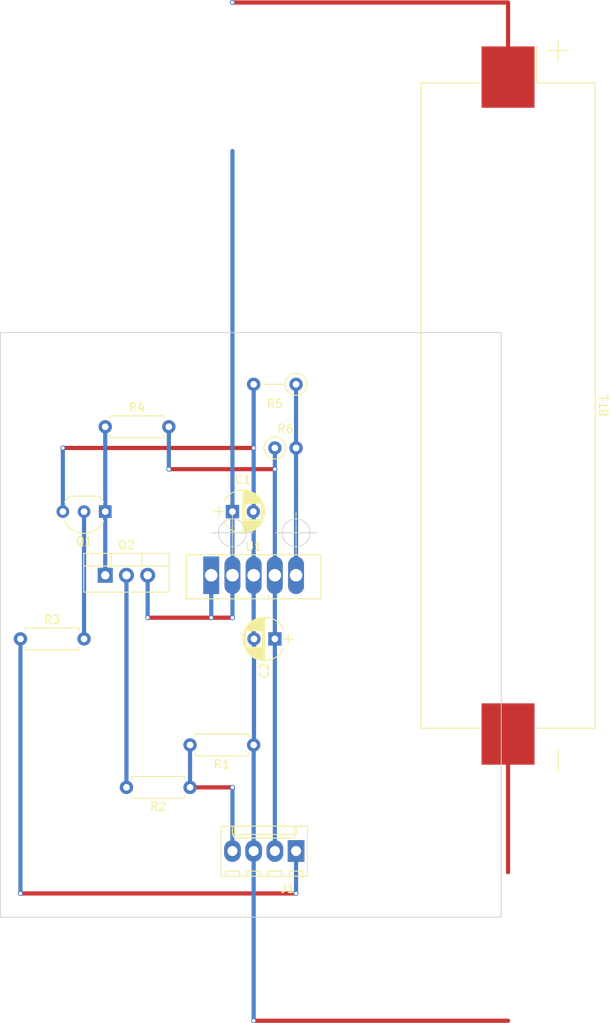
<source format=kicad_pcb>
(kicad_pcb (version 4) (host pcbnew 4.0.7)

  (general
    (links 24)
    (no_connects 3)
    (area 151.124999 29.679999 223.395 135.420002)
    (thickness 1.6)
    (drawings 6)
    (tracks 54)
    (zones 0)
    (modules 13)
    (nets 10)
  )

  (page A4)
  (title_block
    (title "Weather Station")
  )

  (layers
    (0 F.Cu signal)
    (31 B.Cu signal)
    (32 B.Adhes user)
    (33 F.Adhes user)
    (34 B.Paste user)
    (35 F.Paste user)
    (36 B.SilkS user)
    (37 F.SilkS user)
    (38 B.Mask user)
    (39 F.Mask user)
    (40 Dwgs.User user)
    (41 Cmts.User user)
    (42 Eco1.User user)
    (43 Eco2.User user)
    (44 Edge.Cuts user)
    (45 Margin user)
    (46 B.CrtYd user)
    (47 F.CrtYd user)
    (48 B.Fab user)
    (49 F.Fab user)
  )

  (setup
    (last_trace_width 0.5)
    (trace_clearance 0.2)
    (zone_clearance 0.508)
    (zone_45_only no)
    (trace_min 0.2)
    (segment_width 0.2)
    (edge_width 0.1)
    (via_size 0.6)
    (via_drill 0.4)
    (via_min_size 0.4)
    (via_min_drill 0.3)
    (uvia_size 0.3)
    (uvia_drill 0.1)
    (uvias_allowed no)
    (uvia_min_size 0.2)
    (uvia_min_drill 0.1)
    (pcb_text_width 0.3)
    (pcb_text_size 1.5 1.5)
    (mod_edge_width 0.15)
    (mod_text_size 1 1)
    (mod_text_width 0.15)
    (pad_size 1.5 1.5)
    (pad_drill 0.6)
    (pad_to_mask_clearance 0)
    (aux_axis_origin 0 0)
    (visible_elements FFFFFF7F)
    (pcbplotparams
      (layerselection 0x00030_80000001)
      (usegerberextensions false)
      (excludeedgelayer true)
      (linewidth 0.100000)
      (plotframeref false)
      (viasonmask false)
      (mode 1)
      (useauxorigin false)
      (hpglpennumber 1)
      (hpglpenspeed 20)
      (hpglpendiameter 15)
      (hpglpenoverlay 2)
      (psnegative false)
      (psa4output false)
      (plotreference true)
      (plotvalue true)
      (plotinvisibletext false)
      (padsonsilk false)
      (subtractmaskfromsilk false)
      (outputformat 1)
      (mirror false)
      (drillshape 1)
      (scaleselection 1)
      (outputdirectory ""))
  )

  (net 0 "")
  (net 1 +BATT)
  (net 2 -BATT)
  (net 3 /Vout)
  (net 4 /BatDivEnable)
  (net 5 /BatDivInput)
  (net 6 "Net-(Q1-Pad2)")
  (net 7 "Net-(Q1-Pad1)")
  (net 8 "Net-(R5-Pad1)")
  (net 9 "Net-(Q2-Pad2)")

  (net_class Default "This is the default net class."
    (clearance 0.2)
    (trace_width 0.5)
    (via_dia 0.6)
    (via_drill 0.4)
    (uvia_dia 0.3)
    (uvia_drill 0.1)
    (add_net +BATT)
    (add_net -BATT)
    (add_net /BatDivEnable)
    (add_net /BatDivInput)
    (add_net /Vout)
    (add_net "Net-(Q1-Pad1)")
    (add_net "Net-(Q1-Pad2)")
    (add_net "Net-(Q2-Pad2)")
    (add_net "Net-(R5-Pad1)")
  )

  (module Battery_Holders:Keystone_1042_1x18650 (layer F.Cu) (tedit 5A033499) (tstamp 5A4A87DE)
    (at 210.82 78.74 270)
    (descr "Battery holder for 18650 cylindrical cells http://www.keyelco.com/product.cfm/product_id/918")
    (tags "18650 Keystone 1042 Li-ion")
    (path /5A4ADD01)
    (attr smd)
    (fp_text reference BT1 (at 0 -11.5 270) (layer F.SilkS)
      (effects (font (size 1 1) (thickness 0.15)))
    )
    (fp_text value 3.6v (at 0 11.3 270) (layer F.Fab)
      (effects (font (size 1 1) (thickness 0.15)))
    )
    (fp_line (start -33.3675 -10.33) (end -38.53 -5.1675) (layer F.Fab) (width 0.1))
    (fp_line (start -38.64 -3.44) (end -43 -3.44) (layer F.SilkS) (width 0.12))
    (fp_line (start 43.5 3.68) (end 43.5 -3.68) (layer F.CrtYd) (width 0.05))
    (fp_line (start 39.03 10.83) (end 39.03 3.68) (layer F.CrtYd) (width 0.05))
    (fp_text user %R (at 0 0 270) (layer F.Fab)
      (effects (font (size 1 1) (thickness 0.15)))
    )
    (fp_line (start -38.64 10.44) (end -38.64 3.44) (layer F.SilkS) (width 0.12))
    (fp_line (start 38.64 10.44) (end -38.64 10.44) (layer F.SilkS) (width 0.12))
    (fp_line (start 38.64 3.44) (end 38.64 10.44) (layer F.SilkS) (width 0.12))
    (fp_line (start -38.64 -10.44) (end -38.64 -3.44) (layer F.SilkS) (width 0.12))
    (fp_line (start 38.64 -10.44) (end -38.64 -10.44) (layer F.SilkS) (width 0.12))
    (fp_line (start 38.64 -3.44) (end 38.64 -10.42) (layer F.SilkS) (width 0.12))
    (fp_line (start -38.53 10.33) (end 38.53 10.33) (layer F.Fab) (width 0.1))
    (fp_line (start -38.53 -5.1675) (end -38.53 10.33) (layer F.Fab) (width 0.1))
    (fp_line (start 43.75 -6) (end 41.25 -6) (layer F.SilkS) (width 0.12))
    (fp_line (start -33.3675 -10.33) (end 38.53 -10.33) (layer F.Fab) (width 0.1))
    (fp_line (start 38.53 -10.33) (end 38.53 10.33) (layer F.Fab) (width 0.1))
    (fp_line (start -39.03 10.83) (end 39.03 10.83) (layer F.CrtYd) (width 0.05))
    (fp_line (start -39.03 -10.83) (end 39.03 -10.83) (layer F.CrtYd) (width 0.05))
    (fp_line (start 39.03 -10.83) (end 39.03 -3.68) (layer F.CrtYd) (width 0.05))
    (fp_line (start -39.03 10.83) (end -39.03 3.68) (layer F.CrtYd) (width 0.05))
    (fp_line (start -39.03 -10.83) (end -39.03 -3.68) (layer F.CrtYd) (width 0.05))
    (fp_line (start 39.03 3.68) (end 43.5 3.68) (layer F.CrtYd) (width 0.05))
    (fp_line (start 43.5 -3.68) (end 39.03 -3.68) (layer F.CrtYd) (width 0.05))
    (fp_line (start -43.5 -3.68) (end -39.03 -3.68) (layer F.CrtYd) (width 0.05))
    (fp_line (start -43.5 3.68) (end -43.5 -3.68) (layer F.CrtYd) (width 0.05))
    (fp_line (start -39.03 3.68) (end -43.5 3.68) (layer F.CrtYd) (width 0.05))
    (fp_line (start -43.75 -6) (end -41.25 -6) (layer F.SilkS) (width 0.12))
    (fp_line (start -42.5 -4.75) (end -42.5 -7.25) (layer F.SilkS) (width 0.12))
    (pad 1 smd rect (at -39.33 0 270) (size 7.34 6.35) (layers F.Cu F.Paste F.Mask)
      (net 1 +BATT))
    (pad 2 smd rect (at 39.33 0 270) (size 7.34 6.35) (layers F.Cu F.Paste F.Mask)
      (net 2 -BATT))
    (pad "" np_thru_hole circle (at 27.6 -8 270) (size 3.45 3.45) (drill 3.45) (layers *.Cu *.Mask))
    (pad "" np_thru_hole circle (at -27.6 8 270) (size 3.45 3.45) (drill 3.45) (layers *.Cu *.Mask))
    (pad "" np_thru_hole circle (at -35.93 -8 270) (size 2.39 2.39) (drill 2.39) (layers *.Cu *.Mask))
    (model ${KISYS3DMOD}/Battery_Holders.3dshapes/Keystone_1042_1x18650.wrl
      (at (xyz 0 0 0))
      (scale (xyz 1 1 1))
      (rotate (xyz 0 0 0))
    )
  )

  (module Resistors_THT:R_Axial_DIN0207_L6.3mm_D2.5mm_P7.62mm_Horizontal (layer F.Cu) (tedit 5874F706) (tstamp 5A4A8570)
    (at 180.34 119.38 180)
    (descr "Resistor, Axial_DIN0207 series, Axial, Horizontal, pin pitch=7.62mm, 0.25W = 1/4W, length*diameter=6.3*2.5mm^2, http://cdn-reichelt.de/documents/datenblatt/B400/1_4W%23YAG.pdf")
    (tags "Resistor Axial_DIN0207 series Axial Horizontal pin pitch 7.62mm 0.25W = 1/4W length 6.3mm diameter 2.5mm")
    (path /5A498CEC)
    (fp_text reference R1 (at 3.81 -2.31 180) (layer F.SilkS)
      (effects (font (size 1 1) (thickness 0.15)))
    )
    (fp_text value 3.3K (at 3.81 2.31 180) (layer F.Fab)
      (effects (font (size 1 1) (thickness 0.15)))
    )
    (fp_line (start 0.66 -1.25) (end 0.66 1.25) (layer F.Fab) (width 0.1))
    (fp_line (start 0.66 1.25) (end 6.96 1.25) (layer F.Fab) (width 0.1))
    (fp_line (start 6.96 1.25) (end 6.96 -1.25) (layer F.Fab) (width 0.1))
    (fp_line (start 6.96 -1.25) (end 0.66 -1.25) (layer F.Fab) (width 0.1))
    (fp_line (start 0 0) (end 0.66 0) (layer F.Fab) (width 0.1))
    (fp_line (start 7.62 0) (end 6.96 0) (layer F.Fab) (width 0.1))
    (fp_line (start 0.6 -0.98) (end 0.6 -1.31) (layer F.SilkS) (width 0.12))
    (fp_line (start 0.6 -1.31) (end 7.02 -1.31) (layer F.SilkS) (width 0.12))
    (fp_line (start 7.02 -1.31) (end 7.02 -0.98) (layer F.SilkS) (width 0.12))
    (fp_line (start 0.6 0.98) (end 0.6 1.31) (layer F.SilkS) (width 0.12))
    (fp_line (start 0.6 1.31) (end 7.02 1.31) (layer F.SilkS) (width 0.12))
    (fp_line (start 7.02 1.31) (end 7.02 0.98) (layer F.SilkS) (width 0.12))
    (fp_line (start -1.05 -1.6) (end -1.05 1.6) (layer F.CrtYd) (width 0.05))
    (fp_line (start -1.05 1.6) (end 8.7 1.6) (layer F.CrtYd) (width 0.05))
    (fp_line (start 8.7 1.6) (end 8.7 -1.6) (layer F.CrtYd) (width 0.05))
    (fp_line (start 8.7 -1.6) (end -1.05 -1.6) (layer F.CrtYd) (width 0.05))
    (pad 1 thru_hole circle (at 0 0 180) (size 1.6 1.6) (drill 0.8) (layers *.Cu *.Mask)
      (net 2 -BATT))
    (pad 2 thru_hole oval (at 7.62 0 180) (size 1.6 1.6) (drill 0.8) (layers *.Cu *.Mask)
      (net 5 /BatDivInput))
    (model ${KISYS3DMOD}/Resistors_THT.3dshapes/R_Axial_DIN0207_L6.3mm_D2.5mm_P7.62mm_Horizontal.wrl
      (at (xyz 0 0 0))
      (scale (xyz 0.393701 0.393701 0.393701))
      (rotate (xyz 0 0 0))
    )
  )

  (module Capacitors_THT:CP_Radial_D5.0mm_P2.50mm (layer F.Cu) (tedit 597BC7C2) (tstamp 5A4A854E)
    (at 177.8 91.44)
    (descr "CP, Radial series, Radial, pin pitch=2.50mm, , diameter=5mm, Electrolytic Capacitor")
    (tags "CP Radial series Radial pin pitch 2.50mm  diameter 5mm Electrolytic Capacitor")
    (path /5A4A97C9)
    (fp_text reference C1 (at 1.25 -3.81) (layer F.SilkS)
      (effects (font (size 1 1) (thickness 0.15)))
    )
    (fp_text value 4.7uF (at 1.25 3.81) (layer F.Fab)
      (effects (font (size 1 1) (thickness 0.15)))
    )
    (fp_arc (start 1.25 0) (end -1.05558 -1.18) (angle 125.8) (layer F.SilkS) (width 0.12))
    (fp_arc (start 1.25 0) (end -1.05558 1.18) (angle -125.8) (layer F.SilkS) (width 0.12))
    (fp_arc (start 1.25 0) (end 3.55558 -1.18) (angle 54.2) (layer F.SilkS) (width 0.12))
    (fp_circle (center 1.25 0) (end 3.75 0) (layer F.Fab) (width 0.1))
    (fp_line (start -2.2 0) (end -1 0) (layer F.Fab) (width 0.1))
    (fp_line (start -1.6 -0.65) (end -1.6 0.65) (layer F.Fab) (width 0.1))
    (fp_line (start 1.25 -2.55) (end 1.25 2.55) (layer F.SilkS) (width 0.12))
    (fp_line (start 1.29 -2.55) (end 1.29 2.55) (layer F.SilkS) (width 0.12))
    (fp_line (start 1.33 -2.549) (end 1.33 2.549) (layer F.SilkS) (width 0.12))
    (fp_line (start 1.37 -2.548) (end 1.37 2.548) (layer F.SilkS) (width 0.12))
    (fp_line (start 1.41 -2.546) (end 1.41 2.546) (layer F.SilkS) (width 0.12))
    (fp_line (start 1.45 -2.543) (end 1.45 2.543) (layer F.SilkS) (width 0.12))
    (fp_line (start 1.49 -2.539) (end 1.49 2.539) (layer F.SilkS) (width 0.12))
    (fp_line (start 1.53 -2.535) (end 1.53 -0.98) (layer F.SilkS) (width 0.12))
    (fp_line (start 1.53 0.98) (end 1.53 2.535) (layer F.SilkS) (width 0.12))
    (fp_line (start 1.57 -2.531) (end 1.57 -0.98) (layer F.SilkS) (width 0.12))
    (fp_line (start 1.57 0.98) (end 1.57 2.531) (layer F.SilkS) (width 0.12))
    (fp_line (start 1.61 -2.525) (end 1.61 -0.98) (layer F.SilkS) (width 0.12))
    (fp_line (start 1.61 0.98) (end 1.61 2.525) (layer F.SilkS) (width 0.12))
    (fp_line (start 1.65 -2.519) (end 1.65 -0.98) (layer F.SilkS) (width 0.12))
    (fp_line (start 1.65 0.98) (end 1.65 2.519) (layer F.SilkS) (width 0.12))
    (fp_line (start 1.69 -2.513) (end 1.69 -0.98) (layer F.SilkS) (width 0.12))
    (fp_line (start 1.69 0.98) (end 1.69 2.513) (layer F.SilkS) (width 0.12))
    (fp_line (start 1.73 -2.506) (end 1.73 -0.98) (layer F.SilkS) (width 0.12))
    (fp_line (start 1.73 0.98) (end 1.73 2.506) (layer F.SilkS) (width 0.12))
    (fp_line (start 1.77 -2.498) (end 1.77 -0.98) (layer F.SilkS) (width 0.12))
    (fp_line (start 1.77 0.98) (end 1.77 2.498) (layer F.SilkS) (width 0.12))
    (fp_line (start 1.81 -2.489) (end 1.81 -0.98) (layer F.SilkS) (width 0.12))
    (fp_line (start 1.81 0.98) (end 1.81 2.489) (layer F.SilkS) (width 0.12))
    (fp_line (start 1.85 -2.48) (end 1.85 -0.98) (layer F.SilkS) (width 0.12))
    (fp_line (start 1.85 0.98) (end 1.85 2.48) (layer F.SilkS) (width 0.12))
    (fp_line (start 1.89 -2.47) (end 1.89 -0.98) (layer F.SilkS) (width 0.12))
    (fp_line (start 1.89 0.98) (end 1.89 2.47) (layer F.SilkS) (width 0.12))
    (fp_line (start 1.93 -2.46) (end 1.93 -0.98) (layer F.SilkS) (width 0.12))
    (fp_line (start 1.93 0.98) (end 1.93 2.46) (layer F.SilkS) (width 0.12))
    (fp_line (start 1.971 -2.448) (end 1.971 -0.98) (layer F.SilkS) (width 0.12))
    (fp_line (start 1.971 0.98) (end 1.971 2.448) (layer F.SilkS) (width 0.12))
    (fp_line (start 2.011 -2.436) (end 2.011 -0.98) (layer F.SilkS) (width 0.12))
    (fp_line (start 2.011 0.98) (end 2.011 2.436) (layer F.SilkS) (width 0.12))
    (fp_line (start 2.051 -2.424) (end 2.051 -0.98) (layer F.SilkS) (width 0.12))
    (fp_line (start 2.051 0.98) (end 2.051 2.424) (layer F.SilkS) (width 0.12))
    (fp_line (start 2.091 -2.41) (end 2.091 -0.98) (layer F.SilkS) (width 0.12))
    (fp_line (start 2.091 0.98) (end 2.091 2.41) (layer F.SilkS) (width 0.12))
    (fp_line (start 2.131 -2.396) (end 2.131 -0.98) (layer F.SilkS) (width 0.12))
    (fp_line (start 2.131 0.98) (end 2.131 2.396) (layer F.SilkS) (width 0.12))
    (fp_line (start 2.171 -2.382) (end 2.171 -0.98) (layer F.SilkS) (width 0.12))
    (fp_line (start 2.171 0.98) (end 2.171 2.382) (layer F.SilkS) (width 0.12))
    (fp_line (start 2.211 -2.366) (end 2.211 -0.98) (layer F.SilkS) (width 0.12))
    (fp_line (start 2.211 0.98) (end 2.211 2.366) (layer F.SilkS) (width 0.12))
    (fp_line (start 2.251 -2.35) (end 2.251 -0.98) (layer F.SilkS) (width 0.12))
    (fp_line (start 2.251 0.98) (end 2.251 2.35) (layer F.SilkS) (width 0.12))
    (fp_line (start 2.291 -2.333) (end 2.291 -0.98) (layer F.SilkS) (width 0.12))
    (fp_line (start 2.291 0.98) (end 2.291 2.333) (layer F.SilkS) (width 0.12))
    (fp_line (start 2.331 -2.315) (end 2.331 -0.98) (layer F.SilkS) (width 0.12))
    (fp_line (start 2.331 0.98) (end 2.331 2.315) (layer F.SilkS) (width 0.12))
    (fp_line (start 2.371 -2.296) (end 2.371 -0.98) (layer F.SilkS) (width 0.12))
    (fp_line (start 2.371 0.98) (end 2.371 2.296) (layer F.SilkS) (width 0.12))
    (fp_line (start 2.411 -2.276) (end 2.411 -0.98) (layer F.SilkS) (width 0.12))
    (fp_line (start 2.411 0.98) (end 2.411 2.276) (layer F.SilkS) (width 0.12))
    (fp_line (start 2.451 -2.256) (end 2.451 -0.98) (layer F.SilkS) (width 0.12))
    (fp_line (start 2.451 0.98) (end 2.451 2.256) (layer F.SilkS) (width 0.12))
    (fp_line (start 2.491 -2.234) (end 2.491 -0.98) (layer F.SilkS) (width 0.12))
    (fp_line (start 2.491 0.98) (end 2.491 2.234) (layer F.SilkS) (width 0.12))
    (fp_line (start 2.531 -2.212) (end 2.531 -0.98) (layer F.SilkS) (width 0.12))
    (fp_line (start 2.531 0.98) (end 2.531 2.212) (layer F.SilkS) (width 0.12))
    (fp_line (start 2.571 -2.189) (end 2.571 -0.98) (layer F.SilkS) (width 0.12))
    (fp_line (start 2.571 0.98) (end 2.571 2.189) (layer F.SilkS) (width 0.12))
    (fp_line (start 2.611 -2.165) (end 2.611 -0.98) (layer F.SilkS) (width 0.12))
    (fp_line (start 2.611 0.98) (end 2.611 2.165) (layer F.SilkS) (width 0.12))
    (fp_line (start 2.651 -2.14) (end 2.651 -0.98) (layer F.SilkS) (width 0.12))
    (fp_line (start 2.651 0.98) (end 2.651 2.14) (layer F.SilkS) (width 0.12))
    (fp_line (start 2.691 -2.113) (end 2.691 -0.98) (layer F.SilkS) (width 0.12))
    (fp_line (start 2.691 0.98) (end 2.691 2.113) (layer F.SilkS) (width 0.12))
    (fp_line (start 2.731 -2.086) (end 2.731 -0.98) (layer F.SilkS) (width 0.12))
    (fp_line (start 2.731 0.98) (end 2.731 2.086) (layer F.SilkS) (width 0.12))
    (fp_line (start 2.771 -2.058) (end 2.771 -0.98) (layer F.SilkS) (width 0.12))
    (fp_line (start 2.771 0.98) (end 2.771 2.058) (layer F.SilkS) (width 0.12))
    (fp_line (start 2.811 -2.028) (end 2.811 -0.98) (layer F.SilkS) (width 0.12))
    (fp_line (start 2.811 0.98) (end 2.811 2.028) (layer F.SilkS) (width 0.12))
    (fp_line (start 2.851 -1.997) (end 2.851 -0.98) (layer F.SilkS) (width 0.12))
    (fp_line (start 2.851 0.98) (end 2.851 1.997) (layer F.SilkS) (width 0.12))
    (fp_line (start 2.891 -1.965) (end 2.891 -0.98) (layer F.SilkS) (width 0.12))
    (fp_line (start 2.891 0.98) (end 2.891 1.965) (layer F.SilkS) (width 0.12))
    (fp_line (start 2.931 -1.932) (end 2.931 -0.98) (layer F.SilkS) (width 0.12))
    (fp_line (start 2.931 0.98) (end 2.931 1.932) (layer F.SilkS) (width 0.12))
    (fp_line (start 2.971 -1.897) (end 2.971 -0.98) (layer F.SilkS) (width 0.12))
    (fp_line (start 2.971 0.98) (end 2.971 1.897) (layer F.SilkS) (width 0.12))
    (fp_line (start 3.011 -1.861) (end 3.011 -0.98) (layer F.SilkS) (width 0.12))
    (fp_line (start 3.011 0.98) (end 3.011 1.861) (layer F.SilkS) (width 0.12))
    (fp_line (start 3.051 -1.823) (end 3.051 -0.98) (layer F.SilkS) (width 0.12))
    (fp_line (start 3.051 0.98) (end 3.051 1.823) (layer F.SilkS) (width 0.12))
    (fp_line (start 3.091 -1.783) (end 3.091 -0.98) (layer F.SilkS) (width 0.12))
    (fp_line (start 3.091 0.98) (end 3.091 1.783) (layer F.SilkS) (width 0.12))
    (fp_line (start 3.131 -1.742) (end 3.131 -0.98) (layer F.SilkS) (width 0.12))
    (fp_line (start 3.131 0.98) (end 3.131 1.742) (layer F.SilkS) (width 0.12))
    (fp_line (start 3.171 -1.699) (end 3.171 -0.98) (layer F.SilkS) (width 0.12))
    (fp_line (start 3.171 0.98) (end 3.171 1.699) (layer F.SilkS) (width 0.12))
    (fp_line (start 3.211 -1.654) (end 3.211 -0.98) (layer F.SilkS) (width 0.12))
    (fp_line (start 3.211 0.98) (end 3.211 1.654) (layer F.SilkS) (width 0.12))
    (fp_line (start 3.251 -1.606) (end 3.251 -0.98) (layer F.SilkS) (width 0.12))
    (fp_line (start 3.251 0.98) (end 3.251 1.606) (layer F.SilkS) (width 0.12))
    (fp_line (start 3.291 -1.556) (end 3.291 -0.98) (layer F.SilkS) (width 0.12))
    (fp_line (start 3.291 0.98) (end 3.291 1.556) (layer F.SilkS) (width 0.12))
    (fp_line (start 3.331 -1.504) (end 3.331 -0.98) (layer F.SilkS) (width 0.12))
    (fp_line (start 3.331 0.98) (end 3.331 1.504) (layer F.SilkS) (width 0.12))
    (fp_line (start 3.371 -1.448) (end 3.371 -0.98) (layer F.SilkS) (width 0.12))
    (fp_line (start 3.371 0.98) (end 3.371 1.448) (layer F.SilkS) (width 0.12))
    (fp_line (start 3.411 -1.39) (end 3.411 -0.98) (layer F.SilkS) (width 0.12))
    (fp_line (start 3.411 0.98) (end 3.411 1.39) (layer F.SilkS) (width 0.12))
    (fp_line (start 3.451 -1.327) (end 3.451 -0.98) (layer F.SilkS) (width 0.12))
    (fp_line (start 3.451 0.98) (end 3.451 1.327) (layer F.SilkS) (width 0.12))
    (fp_line (start 3.491 -1.261) (end 3.491 1.261) (layer F.SilkS) (width 0.12))
    (fp_line (start 3.531 -1.189) (end 3.531 1.189) (layer F.SilkS) (width 0.12))
    (fp_line (start 3.571 -1.112) (end 3.571 1.112) (layer F.SilkS) (width 0.12))
    (fp_line (start 3.611 -1.028) (end 3.611 1.028) (layer F.SilkS) (width 0.12))
    (fp_line (start 3.651 -0.934) (end 3.651 0.934) (layer F.SilkS) (width 0.12))
    (fp_line (start 3.691 -0.829) (end 3.691 0.829) (layer F.SilkS) (width 0.12))
    (fp_line (start 3.731 -0.707) (end 3.731 0.707) (layer F.SilkS) (width 0.12))
    (fp_line (start 3.771 -0.559) (end 3.771 0.559) (layer F.SilkS) (width 0.12))
    (fp_line (start 3.811 -0.354) (end 3.811 0.354) (layer F.SilkS) (width 0.12))
    (fp_line (start -2.2 0) (end -1 0) (layer F.SilkS) (width 0.12))
    (fp_line (start -1.6 -0.65) (end -1.6 0.65) (layer F.SilkS) (width 0.12))
    (fp_line (start -1.6 -2.85) (end -1.6 2.85) (layer F.CrtYd) (width 0.05))
    (fp_line (start -1.6 2.85) (end 4.1 2.85) (layer F.CrtYd) (width 0.05))
    (fp_line (start 4.1 2.85) (end 4.1 -2.85) (layer F.CrtYd) (width 0.05))
    (fp_line (start 4.1 -2.85) (end -1.6 -2.85) (layer F.CrtYd) (width 0.05))
    (fp_text user %R (at 1.25 0) (layer F.Fab)
      (effects (font (size 1 1) (thickness 0.15)))
    )
    (pad 1 thru_hole rect (at 0 0) (size 1.6 1.6) (drill 0.8) (layers *.Cu *.Mask)
      (net 1 +BATT))
    (pad 2 thru_hole circle (at 2.5 0) (size 1.6 1.6) (drill 0.8) (layers *.Cu *.Mask)
      (net 2 -BATT))
    (model ${KISYS3DMOD}/Capacitors_THT.3dshapes/CP_Radial_D5.0mm_P2.50mm.wrl
      (at (xyz 0 0 0))
      (scale (xyz 1 1 1))
      (rotate (xyz 0 0 0))
    )
  )

  (module Capacitors_THT:CP_Radial_D5.0mm_P2.50mm (layer F.Cu) (tedit 5A4A8F70) (tstamp 5A4A8554)
    (at 182.88 106.68 180)
    (descr "CP, Radial series, Radial, pin pitch=2.50mm, , diameter=5mm, Electrolytic Capacitor")
    (tags "CP Radial series Radial pin pitch 2.50mm  diameter 5mm Electrolytic Capacitor")
    (path /5A4A9734)
    (fp_text reference C2 (at 1.25 -3.81 270) (layer F.SilkS)
      (effects (font (size 1 1) (thickness 0.15)))
    )
    (fp_text value 1uF (at 5.08 0 270) (layer F.Fab)
      (effects (font (size 1 1) (thickness 0.15)))
    )
    (fp_arc (start 1.25 0) (end -1.05558 -1.18) (angle 125.8) (layer F.SilkS) (width 0.12))
    (fp_arc (start 1.25 0) (end -1.05558 1.18) (angle -125.8) (layer F.SilkS) (width 0.12))
    (fp_arc (start 1.25 0) (end 3.55558 -1.18) (angle 54.2) (layer F.SilkS) (width 0.12))
    (fp_circle (center 1.25 0) (end 3.75 0) (layer F.Fab) (width 0.1))
    (fp_line (start -2.2 0) (end -1 0) (layer F.Fab) (width 0.1))
    (fp_line (start -1.6 -0.65) (end -1.6 0.65) (layer F.Fab) (width 0.1))
    (fp_line (start 1.25 -2.55) (end 1.25 2.55) (layer F.SilkS) (width 0.12))
    (fp_line (start 1.29 -2.55) (end 1.29 2.55) (layer F.SilkS) (width 0.12))
    (fp_line (start 1.33 -2.549) (end 1.33 2.549) (layer F.SilkS) (width 0.12))
    (fp_line (start 1.37 -2.548) (end 1.37 2.548) (layer F.SilkS) (width 0.12))
    (fp_line (start 1.41 -2.546) (end 1.41 2.546) (layer F.SilkS) (width 0.12))
    (fp_line (start 1.45 -2.543) (end 1.45 2.543) (layer F.SilkS) (width 0.12))
    (fp_line (start 1.49 -2.539) (end 1.49 2.539) (layer F.SilkS) (width 0.12))
    (fp_line (start 1.53 -2.535) (end 1.53 -0.98) (layer F.SilkS) (width 0.12))
    (fp_line (start 1.53 0.98) (end 1.53 2.535) (layer F.SilkS) (width 0.12))
    (fp_line (start 1.57 -2.531) (end 1.57 -0.98) (layer F.SilkS) (width 0.12))
    (fp_line (start 1.57 0.98) (end 1.57 2.531) (layer F.SilkS) (width 0.12))
    (fp_line (start 1.61 -2.525) (end 1.61 -0.98) (layer F.SilkS) (width 0.12))
    (fp_line (start 1.61 0.98) (end 1.61 2.525) (layer F.SilkS) (width 0.12))
    (fp_line (start 1.65 -2.519) (end 1.65 -0.98) (layer F.SilkS) (width 0.12))
    (fp_line (start 1.65 0.98) (end 1.65 2.519) (layer F.SilkS) (width 0.12))
    (fp_line (start 1.69 -2.513) (end 1.69 -0.98) (layer F.SilkS) (width 0.12))
    (fp_line (start 1.69 0.98) (end 1.69 2.513) (layer F.SilkS) (width 0.12))
    (fp_line (start 1.73 -2.506) (end 1.73 -0.98) (layer F.SilkS) (width 0.12))
    (fp_line (start 1.73 0.98) (end 1.73 2.506) (layer F.SilkS) (width 0.12))
    (fp_line (start 1.77 -2.498) (end 1.77 -0.98) (layer F.SilkS) (width 0.12))
    (fp_line (start 1.77 0.98) (end 1.77 2.498) (layer F.SilkS) (width 0.12))
    (fp_line (start 1.81 -2.489) (end 1.81 -0.98) (layer F.SilkS) (width 0.12))
    (fp_line (start 1.81 0.98) (end 1.81 2.489) (layer F.SilkS) (width 0.12))
    (fp_line (start 1.85 -2.48) (end 1.85 -0.98) (layer F.SilkS) (width 0.12))
    (fp_line (start 1.85 0.98) (end 1.85 2.48) (layer F.SilkS) (width 0.12))
    (fp_line (start 1.89 -2.47) (end 1.89 -0.98) (layer F.SilkS) (width 0.12))
    (fp_line (start 1.89 0.98) (end 1.89 2.47) (layer F.SilkS) (width 0.12))
    (fp_line (start 1.93 -2.46) (end 1.93 -0.98) (layer F.SilkS) (width 0.12))
    (fp_line (start 1.93 0.98) (end 1.93 2.46) (layer F.SilkS) (width 0.12))
    (fp_line (start 1.971 -2.448) (end 1.971 -0.98) (layer F.SilkS) (width 0.12))
    (fp_line (start 1.971 0.98) (end 1.971 2.448) (layer F.SilkS) (width 0.12))
    (fp_line (start 2.011 -2.436) (end 2.011 -0.98) (layer F.SilkS) (width 0.12))
    (fp_line (start 2.011 0.98) (end 2.011 2.436) (layer F.SilkS) (width 0.12))
    (fp_line (start 2.051 -2.424) (end 2.051 -0.98) (layer F.SilkS) (width 0.12))
    (fp_line (start 2.051 0.98) (end 2.051 2.424) (layer F.SilkS) (width 0.12))
    (fp_line (start 2.091 -2.41) (end 2.091 -0.98) (layer F.SilkS) (width 0.12))
    (fp_line (start 2.091 0.98) (end 2.091 2.41) (layer F.SilkS) (width 0.12))
    (fp_line (start 2.131 -2.396) (end 2.131 -0.98) (layer F.SilkS) (width 0.12))
    (fp_line (start 2.131 0.98) (end 2.131 2.396) (layer F.SilkS) (width 0.12))
    (fp_line (start 2.171 -2.382) (end 2.171 -0.98) (layer F.SilkS) (width 0.12))
    (fp_line (start 2.171 0.98) (end 2.171 2.382) (layer F.SilkS) (width 0.12))
    (fp_line (start 2.211 -2.366) (end 2.211 -0.98) (layer F.SilkS) (width 0.12))
    (fp_line (start 2.211 0.98) (end 2.211 2.366) (layer F.SilkS) (width 0.12))
    (fp_line (start 2.251 -2.35) (end 2.251 -0.98) (layer F.SilkS) (width 0.12))
    (fp_line (start 2.251 0.98) (end 2.251 2.35) (layer F.SilkS) (width 0.12))
    (fp_line (start 2.291 -2.333) (end 2.291 -0.98) (layer F.SilkS) (width 0.12))
    (fp_line (start 2.291 0.98) (end 2.291 2.333) (layer F.SilkS) (width 0.12))
    (fp_line (start 2.331 -2.315) (end 2.331 -0.98) (layer F.SilkS) (width 0.12))
    (fp_line (start 2.331 0.98) (end 2.331 2.315) (layer F.SilkS) (width 0.12))
    (fp_line (start 2.371 -2.296) (end 2.371 -0.98) (layer F.SilkS) (width 0.12))
    (fp_line (start 2.371 0.98) (end 2.371 2.296) (layer F.SilkS) (width 0.12))
    (fp_line (start 2.411 -2.276) (end 2.411 -0.98) (layer F.SilkS) (width 0.12))
    (fp_line (start 2.411 0.98) (end 2.411 2.276) (layer F.SilkS) (width 0.12))
    (fp_line (start 2.451 -2.256) (end 2.451 -0.98) (layer F.SilkS) (width 0.12))
    (fp_line (start 2.451 0.98) (end 2.451 2.256) (layer F.SilkS) (width 0.12))
    (fp_line (start 2.491 -2.234) (end 2.491 -0.98) (layer F.SilkS) (width 0.12))
    (fp_line (start 2.491 0.98) (end 2.491 2.234) (layer F.SilkS) (width 0.12))
    (fp_line (start 2.531 -2.212) (end 2.531 -0.98) (layer F.SilkS) (width 0.12))
    (fp_line (start 2.531 0.98) (end 2.531 2.212) (layer F.SilkS) (width 0.12))
    (fp_line (start 2.571 -2.189) (end 2.571 -0.98) (layer F.SilkS) (width 0.12))
    (fp_line (start 2.571 0.98) (end 2.571 2.189) (layer F.SilkS) (width 0.12))
    (fp_line (start 2.611 -2.165) (end 2.611 -0.98) (layer F.SilkS) (width 0.12))
    (fp_line (start 2.611 0.98) (end 2.611 2.165) (layer F.SilkS) (width 0.12))
    (fp_line (start 2.651 -2.14) (end 2.651 -0.98) (layer F.SilkS) (width 0.12))
    (fp_line (start 2.651 0.98) (end 2.651 2.14) (layer F.SilkS) (width 0.12))
    (fp_line (start 2.691 -2.113) (end 2.691 -0.98) (layer F.SilkS) (width 0.12))
    (fp_line (start 2.691 0.98) (end 2.691 2.113) (layer F.SilkS) (width 0.12))
    (fp_line (start 2.731 -2.086) (end 2.731 -0.98) (layer F.SilkS) (width 0.12))
    (fp_line (start 2.731 0.98) (end 2.731 2.086) (layer F.SilkS) (width 0.12))
    (fp_line (start 2.771 -2.058) (end 2.771 -0.98) (layer F.SilkS) (width 0.12))
    (fp_line (start 2.771 0.98) (end 2.771 2.058) (layer F.SilkS) (width 0.12))
    (fp_line (start 2.811 -2.028) (end 2.811 -0.98) (layer F.SilkS) (width 0.12))
    (fp_line (start 2.811 0.98) (end 2.811 2.028) (layer F.SilkS) (width 0.12))
    (fp_line (start 2.851 -1.997) (end 2.851 -0.98) (layer F.SilkS) (width 0.12))
    (fp_line (start 2.851 0.98) (end 2.851 1.997) (layer F.SilkS) (width 0.12))
    (fp_line (start 2.891 -1.965) (end 2.891 -0.98) (layer F.SilkS) (width 0.12))
    (fp_line (start 2.891 0.98) (end 2.891 1.965) (layer F.SilkS) (width 0.12))
    (fp_line (start 2.931 -1.932) (end 2.931 -0.98) (layer F.SilkS) (width 0.12))
    (fp_line (start 2.931 0.98) (end 2.931 1.932) (layer F.SilkS) (width 0.12))
    (fp_line (start 2.971 -1.897) (end 2.971 -0.98) (layer F.SilkS) (width 0.12))
    (fp_line (start 2.971 0.98) (end 2.971 1.897) (layer F.SilkS) (width 0.12))
    (fp_line (start 3.011 -1.861) (end 3.011 -0.98) (layer F.SilkS) (width 0.12))
    (fp_line (start 3.011 0.98) (end 3.011 1.861) (layer F.SilkS) (width 0.12))
    (fp_line (start 3.051 -1.823) (end 3.051 -0.98) (layer F.SilkS) (width 0.12))
    (fp_line (start 3.051 0.98) (end 3.051 1.823) (layer F.SilkS) (width 0.12))
    (fp_line (start 3.091 -1.783) (end 3.091 -0.98) (layer F.SilkS) (width 0.12))
    (fp_line (start 3.091 0.98) (end 3.091 1.783) (layer F.SilkS) (width 0.12))
    (fp_line (start 3.131 -1.742) (end 3.131 -0.98) (layer F.SilkS) (width 0.12))
    (fp_line (start 3.131 0.98) (end 3.131 1.742) (layer F.SilkS) (width 0.12))
    (fp_line (start 3.171 -1.699) (end 3.171 -0.98) (layer F.SilkS) (width 0.12))
    (fp_line (start 3.171 0.98) (end 3.171 1.699) (layer F.SilkS) (width 0.12))
    (fp_line (start 3.211 -1.654) (end 3.211 -0.98) (layer F.SilkS) (width 0.12))
    (fp_line (start 3.211 0.98) (end 3.211 1.654) (layer F.SilkS) (width 0.12))
    (fp_line (start 3.251 -1.606) (end 3.251 -0.98) (layer F.SilkS) (width 0.12))
    (fp_line (start 3.251 0.98) (end 3.251 1.606) (layer F.SilkS) (width 0.12))
    (fp_line (start 3.291 -1.556) (end 3.291 -0.98) (layer F.SilkS) (width 0.12))
    (fp_line (start 3.291 0.98) (end 3.291 1.556) (layer F.SilkS) (width 0.12))
    (fp_line (start 3.331 -1.504) (end 3.331 -0.98) (layer F.SilkS) (width 0.12))
    (fp_line (start 3.331 0.98) (end 3.331 1.504) (layer F.SilkS) (width 0.12))
    (fp_line (start 3.371 -1.448) (end 3.371 -0.98) (layer F.SilkS) (width 0.12))
    (fp_line (start 3.371 0.98) (end 3.371 1.448) (layer F.SilkS) (width 0.12))
    (fp_line (start 3.411 -1.39) (end 3.411 -0.98) (layer F.SilkS) (width 0.12))
    (fp_line (start 3.411 0.98) (end 3.411 1.39) (layer F.SilkS) (width 0.12))
    (fp_line (start 3.451 -1.327) (end 3.451 -0.98) (layer F.SilkS) (width 0.12))
    (fp_line (start 3.451 0.98) (end 3.451 1.327) (layer F.SilkS) (width 0.12))
    (fp_line (start 3.491 -1.261) (end 3.491 1.261) (layer F.SilkS) (width 0.12))
    (fp_line (start 3.531 -1.189) (end 3.531 1.189) (layer F.SilkS) (width 0.12))
    (fp_line (start 3.571 -1.112) (end 3.571 1.112) (layer F.SilkS) (width 0.12))
    (fp_line (start 3.611 -1.028) (end 3.611 1.028) (layer F.SilkS) (width 0.12))
    (fp_line (start 3.651 -0.934) (end 3.651 0.934) (layer F.SilkS) (width 0.12))
    (fp_line (start 3.691 -0.829) (end 3.691 0.829) (layer F.SilkS) (width 0.12))
    (fp_line (start 3.731 -0.707) (end 3.731 0.707) (layer F.SilkS) (width 0.12))
    (fp_line (start 3.771 -0.559) (end 3.771 0.559) (layer F.SilkS) (width 0.12))
    (fp_line (start 3.811 -0.354) (end 3.811 0.354) (layer F.SilkS) (width 0.12))
    (fp_line (start -2.2 0) (end -1 0) (layer F.SilkS) (width 0.12))
    (fp_line (start -1.6 -0.65) (end -1.6 0.65) (layer F.SilkS) (width 0.12))
    (fp_line (start -1.6 -2.85) (end -1.6 2.85) (layer F.CrtYd) (width 0.05))
    (fp_line (start -1.6 2.85) (end 4.1 2.85) (layer F.CrtYd) (width 0.05))
    (fp_line (start 4.1 2.85) (end 4.1 -2.85) (layer F.CrtYd) (width 0.05))
    (fp_line (start 4.1 -2.85) (end -1.6 -2.85) (layer F.CrtYd) (width 0.05))
    (fp_text user %R (at 1.25 0 180) (layer F.Fab)
      (effects (font (size 1 1) (thickness 0.15)))
    )
    (pad 1 thru_hole rect (at 0 0 180) (size 1.6 1.6) (drill 0.8) (layers *.Cu *.Mask)
      (net 3 /Vout))
    (pad 2 thru_hole circle (at 2.5 0 180) (size 1.6 1.6) (drill 0.8) (layers *.Cu *.Mask)
      (net 2 -BATT))
    (model ${KISYS3DMOD}/Capacitors_THT.3dshapes/CP_Radial_D5.0mm_P2.50mm.wrl
      (at (xyz 0 0 0))
      (scale (xyz 1 1 1))
      (rotate (xyz 0 0 0))
    )
  )

  (module Connectors_Molex:Molex_KK-6410-04_04x2.54mm_Straight (layer F.Cu) (tedit 58EE6EE8) (tstamp 5A4A855C)
    (at 185.42 132.08 180)
    (descr "Connector Headers with Friction Lock, 22-27-2041, http://www.molex.com/pdm_docs/sd/022272021_sd.pdf")
    (tags "connector molex kk_6410 22-27-2041")
    (path /5A4A38E2)
    (fp_text reference J1 (at 1 -4.5 180) (layer F.SilkS)
      (effects (font (size 1 1) (thickness 0.15)))
    )
    (fp_text value "Station Power" (at 3.81 4.5 180) (layer F.Fab)
      (effects (font (size 1 1) (thickness 0.15)))
    )
    (fp_line (start -1.47 -3.12) (end -1.47 3.08) (layer F.Fab) (width 0.12))
    (fp_line (start -1.47 3.08) (end 9.09 3.08) (layer F.Fab) (width 0.12))
    (fp_line (start 9.09 3.08) (end 9.09 -3.12) (layer F.Fab) (width 0.12))
    (fp_line (start 9.09 -3.12) (end -1.47 -3.12) (layer F.Fab) (width 0.12))
    (fp_line (start -1.37 -3.02) (end -1.37 2.98) (layer F.SilkS) (width 0.12))
    (fp_line (start -1.37 2.98) (end 8.99 2.98) (layer F.SilkS) (width 0.12))
    (fp_line (start 8.99 2.98) (end 8.99 -3.02) (layer F.SilkS) (width 0.12))
    (fp_line (start 8.99 -3.02) (end -1.37 -3.02) (layer F.SilkS) (width 0.12))
    (fp_line (start 0 2.98) (end 0 1.98) (layer F.SilkS) (width 0.12))
    (fp_line (start 0 1.98) (end 7.62 1.98) (layer F.SilkS) (width 0.12))
    (fp_line (start 7.62 1.98) (end 7.62 2.98) (layer F.SilkS) (width 0.12))
    (fp_line (start 0 1.98) (end 0.25 1.55) (layer F.SilkS) (width 0.12))
    (fp_line (start 0.25 1.55) (end 7.37 1.55) (layer F.SilkS) (width 0.12))
    (fp_line (start 7.37 1.55) (end 7.62 1.98) (layer F.SilkS) (width 0.12))
    (fp_line (start 0.25 2.98) (end 0.25 1.98) (layer F.SilkS) (width 0.12))
    (fp_line (start 7.37 2.98) (end 7.37 1.98) (layer F.SilkS) (width 0.12))
    (fp_line (start -0.8 -3.02) (end -0.8 -2.4) (layer F.SilkS) (width 0.12))
    (fp_line (start -0.8 -2.4) (end 0.8 -2.4) (layer F.SilkS) (width 0.12))
    (fp_line (start 0.8 -2.4) (end 0.8 -3.02) (layer F.SilkS) (width 0.12))
    (fp_line (start 1.74 -3.02) (end 1.74 -2.4) (layer F.SilkS) (width 0.12))
    (fp_line (start 1.74 -2.4) (end 3.34 -2.4) (layer F.SilkS) (width 0.12))
    (fp_line (start 3.34 -2.4) (end 3.34 -3.02) (layer F.SilkS) (width 0.12))
    (fp_line (start 4.28 -3.02) (end 4.28 -2.4) (layer F.SilkS) (width 0.12))
    (fp_line (start 4.28 -2.4) (end 5.88 -2.4) (layer F.SilkS) (width 0.12))
    (fp_line (start 5.88 -2.4) (end 5.88 -3.02) (layer F.SilkS) (width 0.12))
    (fp_line (start 6.82 -3.02) (end 6.82 -2.4) (layer F.SilkS) (width 0.12))
    (fp_line (start 6.82 -2.4) (end 8.42 -2.4) (layer F.SilkS) (width 0.12))
    (fp_line (start 8.42 -2.4) (end 8.42 -3.02) (layer F.SilkS) (width 0.12))
    (fp_line (start -1.9 3.5) (end -1.9 -3.55) (layer F.CrtYd) (width 0.05))
    (fp_line (start -1.9 -3.55) (end 9.5 -3.55) (layer F.CrtYd) (width 0.05))
    (fp_line (start 9.5 -3.55) (end 9.5 3.5) (layer F.CrtYd) (width 0.05))
    (fp_line (start 9.5 3.5) (end -1.9 3.5) (layer F.CrtYd) (width 0.05))
    (fp_text user %R (at 3.81 0 180) (layer F.Fab)
      (effects (font (size 1 1) (thickness 0.15)))
    )
    (pad 1 thru_hole rect (at 0 0 180) (size 2 2.6) (drill 1.2) (layers *.Cu *.Mask)
      (net 4 /BatDivEnable))
    (pad 2 thru_hole oval (at 2.54 0 180) (size 2 2.6) (drill 1.2) (layers *.Cu *.Mask)
      (net 3 /Vout))
    (pad 3 thru_hole oval (at 5.08 0 180) (size 2 2.6) (drill 1.2) (layers *.Cu *.Mask)
      (net 2 -BATT))
    (pad 4 thru_hole oval (at 7.62 0 180) (size 2 2.6) (drill 1.2) (layers *.Cu *.Mask)
      (net 5 /BatDivInput))
    (model ${KISYS3DMOD}/Connectors_Molex.3dshapes/Molex_KK-6410-04_04x2.54mm_Straight.wrl
      (at (xyz 0 0 0))
      (scale (xyz 1 1 1))
      (rotate (xyz 0 0 0))
    )
  )

  (module TO_SOT_Packages_THT:TO-92_Inline_Wide (layer F.Cu) (tedit 58CE52AF) (tstamp 5A4A8563)
    (at 162.56 91.44 180)
    (descr "TO-92 leads in-line, wide, drill 0.8mm (see NXP sot054_po.pdf)")
    (tags "to-92 sc-43 sc-43a sot54 PA33 transistor")
    (path /5A498B90)
    (fp_text reference Q1 (at 2.54 -3.56 360) (layer F.SilkS)
      (effects (font (size 1 1) (thickness 0.15)))
    )
    (fp_text value BC546 (at 2.54 2.79 180) (layer F.Fab)
      (effects (font (size 1 1) (thickness 0.15)))
    )
    (fp_text user %R (at 2.54 -3.56 360) (layer F.Fab)
      (effects (font (size 1 1) (thickness 0.15)))
    )
    (fp_line (start 0.74 1.85) (end 4.34 1.85) (layer F.SilkS) (width 0.12))
    (fp_line (start 0.8 1.75) (end 4.3 1.75) (layer F.Fab) (width 0.1))
    (fp_line (start -1.01 -2.73) (end 6.09 -2.73) (layer F.CrtYd) (width 0.05))
    (fp_line (start -1.01 -2.73) (end -1.01 2.01) (layer F.CrtYd) (width 0.05))
    (fp_line (start 6.09 2.01) (end 6.09 -2.73) (layer F.CrtYd) (width 0.05))
    (fp_line (start 6.09 2.01) (end -1.01 2.01) (layer F.CrtYd) (width 0.05))
    (fp_arc (start 2.54 0) (end 0.74 1.85) (angle 20) (layer F.SilkS) (width 0.12))
    (fp_arc (start 2.54 0) (end 2.54 -2.6) (angle -65) (layer F.SilkS) (width 0.12))
    (fp_arc (start 2.54 0) (end 2.54 -2.6) (angle 65) (layer F.SilkS) (width 0.12))
    (fp_arc (start 2.54 0) (end 2.54 -2.48) (angle 135) (layer F.Fab) (width 0.1))
    (fp_arc (start 2.54 0) (end 2.54 -2.48) (angle -135) (layer F.Fab) (width 0.1))
    (fp_arc (start 2.54 0) (end 4.34 1.85) (angle -20) (layer F.SilkS) (width 0.12))
    (pad 2 thru_hole circle (at 2.54 0 270) (size 1.52 1.52) (drill 0.8) (layers *.Cu *.Mask)
      (net 6 "Net-(Q1-Pad2)"))
    (pad 3 thru_hole circle (at 5.08 0 270) (size 1.52 1.52) (drill 0.8) (layers *.Cu *.Mask)
      (net 2 -BATT))
    (pad 1 thru_hole rect (at 0 0 270) (size 1.52 1.52) (drill 0.8) (layers *.Cu *.Mask)
      (net 7 "Net-(Q1-Pad1)"))
    (model ${KISYS3DMOD}/TO_SOT_Packages_THT.3dshapes/TO-92_Inline_Wide.wrl
      (at (xyz 0.1 0 0))
      (scale (xyz 1 1 1))
      (rotate (xyz 0 0 -90))
    )
  )

  (module TO_SOT_Packages_THT:TO-220-3_Vertical (layer F.Cu) (tedit 58CE52AD) (tstamp 5A4A856A)
    (at 162.56 99.06)
    (descr "TO-220-3, Vertical, RM 2.54mm")
    (tags "TO-220-3 Vertical RM 2.54mm")
    (path /5A498AF1)
    (fp_text reference Q2 (at 2.54 -3.62) (layer F.SilkS)
      (effects (font (size 1 1) (thickness 0.15)))
    )
    (fp_text value FQP27P06 (at 2.54 3.92) (layer F.Fab)
      (effects (font (size 1 1) (thickness 0.15)))
    )
    (fp_text user %R (at 2.54 -3.62) (layer F.Fab)
      (effects (font (size 1 1) (thickness 0.15)))
    )
    (fp_line (start -2.46 -2.5) (end -2.46 1.9) (layer F.Fab) (width 0.1))
    (fp_line (start -2.46 1.9) (end 7.54 1.9) (layer F.Fab) (width 0.1))
    (fp_line (start 7.54 1.9) (end 7.54 -2.5) (layer F.Fab) (width 0.1))
    (fp_line (start 7.54 -2.5) (end -2.46 -2.5) (layer F.Fab) (width 0.1))
    (fp_line (start -2.46 -1.23) (end 7.54 -1.23) (layer F.Fab) (width 0.1))
    (fp_line (start 0.69 -2.5) (end 0.69 -1.23) (layer F.Fab) (width 0.1))
    (fp_line (start 4.39 -2.5) (end 4.39 -1.23) (layer F.Fab) (width 0.1))
    (fp_line (start -2.58 -2.62) (end 7.66 -2.62) (layer F.SilkS) (width 0.12))
    (fp_line (start -2.58 2.021) (end 7.66 2.021) (layer F.SilkS) (width 0.12))
    (fp_line (start -2.58 -2.62) (end -2.58 2.021) (layer F.SilkS) (width 0.12))
    (fp_line (start 7.66 -2.62) (end 7.66 2.021) (layer F.SilkS) (width 0.12))
    (fp_line (start -2.58 -1.11) (end 7.66 -1.11) (layer F.SilkS) (width 0.12))
    (fp_line (start 0.69 -2.62) (end 0.69 -1.11) (layer F.SilkS) (width 0.12))
    (fp_line (start 4.391 -2.62) (end 4.391 -1.11) (layer F.SilkS) (width 0.12))
    (fp_line (start -2.71 -2.75) (end -2.71 2.16) (layer F.CrtYd) (width 0.05))
    (fp_line (start -2.71 2.16) (end 7.79 2.16) (layer F.CrtYd) (width 0.05))
    (fp_line (start 7.79 2.16) (end 7.79 -2.75) (layer F.CrtYd) (width 0.05))
    (fp_line (start 7.79 -2.75) (end -2.71 -2.75) (layer F.CrtYd) (width 0.05))
    (pad 1 thru_hole rect (at 0 0) (size 1.8 1.8) (drill 1) (layers *.Cu *.Mask)
      (net 7 "Net-(Q1-Pad1)"))
    (pad 2 thru_hole oval (at 2.54 0) (size 1.8 1.8) (drill 1) (layers *.Cu *.Mask)
      (net 9 "Net-(Q2-Pad2)"))
    (pad 3 thru_hole oval (at 5.08 0) (size 1.8 1.8) (drill 1) (layers *.Cu *.Mask)
      (net 1 +BATT))
    (model ${KISYS3DMOD}/TO_SOT_Packages_THT.3dshapes/TO-220-3_Vertical.wrl
      (at (xyz 0.1 0 0))
      (scale (xyz 0.393701 0.393701 0.393701))
      (rotate (xyz 0 0 0))
    )
  )

  (module Resistors_THT:R_Axial_DIN0207_L6.3mm_D2.5mm_P7.62mm_Horizontal (layer F.Cu) (tedit 5874F706) (tstamp 5A4A8576)
    (at 172.72 124.46 180)
    (descr "Resistor, Axial_DIN0207 series, Axial, Horizontal, pin pitch=7.62mm, 0.25W = 1/4W, length*diameter=6.3*2.5mm^2, http://cdn-reichelt.de/documents/datenblatt/B400/1_4W%23YAG.pdf")
    (tags "Resistor Axial_DIN0207 series Axial Horizontal pin pitch 7.62mm 0.25W = 1/4W length 6.3mm diameter 2.5mm")
    (path /5A498C49)
    (fp_text reference R2 (at 3.81 -2.31 180) (layer F.SilkS)
      (effects (font (size 1 1) (thickness 0.15)))
    )
    (fp_text value 1K (at 3.81 2.31 180) (layer F.Fab)
      (effects (font (size 1 1) (thickness 0.15)))
    )
    (fp_line (start 0.66 -1.25) (end 0.66 1.25) (layer F.Fab) (width 0.1))
    (fp_line (start 0.66 1.25) (end 6.96 1.25) (layer F.Fab) (width 0.1))
    (fp_line (start 6.96 1.25) (end 6.96 -1.25) (layer F.Fab) (width 0.1))
    (fp_line (start 6.96 -1.25) (end 0.66 -1.25) (layer F.Fab) (width 0.1))
    (fp_line (start 0 0) (end 0.66 0) (layer F.Fab) (width 0.1))
    (fp_line (start 7.62 0) (end 6.96 0) (layer F.Fab) (width 0.1))
    (fp_line (start 0.6 -0.98) (end 0.6 -1.31) (layer F.SilkS) (width 0.12))
    (fp_line (start 0.6 -1.31) (end 7.02 -1.31) (layer F.SilkS) (width 0.12))
    (fp_line (start 7.02 -1.31) (end 7.02 -0.98) (layer F.SilkS) (width 0.12))
    (fp_line (start 0.6 0.98) (end 0.6 1.31) (layer F.SilkS) (width 0.12))
    (fp_line (start 0.6 1.31) (end 7.02 1.31) (layer F.SilkS) (width 0.12))
    (fp_line (start 7.02 1.31) (end 7.02 0.98) (layer F.SilkS) (width 0.12))
    (fp_line (start -1.05 -1.6) (end -1.05 1.6) (layer F.CrtYd) (width 0.05))
    (fp_line (start -1.05 1.6) (end 8.7 1.6) (layer F.CrtYd) (width 0.05))
    (fp_line (start 8.7 1.6) (end 8.7 -1.6) (layer F.CrtYd) (width 0.05))
    (fp_line (start 8.7 -1.6) (end -1.05 -1.6) (layer F.CrtYd) (width 0.05))
    (pad 1 thru_hole circle (at 0 0 180) (size 1.6 1.6) (drill 0.8) (layers *.Cu *.Mask)
      (net 5 /BatDivInput))
    (pad 2 thru_hole oval (at 7.62 0 180) (size 1.6 1.6) (drill 0.8) (layers *.Cu *.Mask)
      (net 9 "Net-(Q2-Pad2)"))
    (model ${KISYS3DMOD}/Resistors_THT.3dshapes/R_Axial_DIN0207_L6.3mm_D2.5mm_P7.62mm_Horizontal.wrl
      (at (xyz 0 0 0))
      (scale (xyz 0.393701 0.393701 0.393701))
      (rotate (xyz 0 0 0))
    )
  )

  (module Resistors_THT:R_Axial_DIN0207_L6.3mm_D2.5mm_P7.62mm_Horizontal (layer F.Cu) (tedit 5874F706) (tstamp 5A4A857C)
    (at 152.4 106.68)
    (descr "Resistor, Axial_DIN0207 series, Axial, Horizontal, pin pitch=7.62mm, 0.25W = 1/4W, length*diameter=6.3*2.5mm^2, http://cdn-reichelt.de/documents/datenblatt/B400/1_4W%23YAG.pdf")
    (tags "Resistor Axial_DIN0207 series Axial Horizontal pin pitch 7.62mm 0.25W = 1/4W length 6.3mm diameter 2.5mm")
    (path /5A498DB3)
    (fp_text reference R3 (at 3.81 -2.31) (layer F.SilkS)
      (effects (font (size 1 1) (thickness 0.15)))
    )
    (fp_text value 10K (at 3.81 2.31) (layer F.Fab)
      (effects (font (size 1 1) (thickness 0.15)))
    )
    (fp_line (start 0.66 -1.25) (end 0.66 1.25) (layer F.Fab) (width 0.1))
    (fp_line (start 0.66 1.25) (end 6.96 1.25) (layer F.Fab) (width 0.1))
    (fp_line (start 6.96 1.25) (end 6.96 -1.25) (layer F.Fab) (width 0.1))
    (fp_line (start 6.96 -1.25) (end 0.66 -1.25) (layer F.Fab) (width 0.1))
    (fp_line (start 0 0) (end 0.66 0) (layer F.Fab) (width 0.1))
    (fp_line (start 7.62 0) (end 6.96 0) (layer F.Fab) (width 0.1))
    (fp_line (start 0.6 -0.98) (end 0.6 -1.31) (layer F.SilkS) (width 0.12))
    (fp_line (start 0.6 -1.31) (end 7.02 -1.31) (layer F.SilkS) (width 0.12))
    (fp_line (start 7.02 -1.31) (end 7.02 -0.98) (layer F.SilkS) (width 0.12))
    (fp_line (start 0.6 0.98) (end 0.6 1.31) (layer F.SilkS) (width 0.12))
    (fp_line (start 0.6 1.31) (end 7.02 1.31) (layer F.SilkS) (width 0.12))
    (fp_line (start 7.02 1.31) (end 7.02 0.98) (layer F.SilkS) (width 0.12))
    (fp_line (start -1.05 -1.6) (end -1.05 1.6) (layer F.CrtYd) (width 0.05))
    (fp_line (start -1.05 1.6) (end 8.7 1.6) (layer F.CrtYd) (width 0.05))
    (fp_line (start 8.7 1.6) (end 8.7 -1.6) (layer F.CrtYd) (width 0.05))
    (fp_line (start 8.7 -1.6) (end -1.05 -1.6) (layer F.CrtYd) (width 0.05))
    (pad 1 thru_hole circle (at 0 0) (size 1.6 1.6) (drill 0.8) (layers *.Cu *.Mask)
      (net 4 /BatDivEnable))
    (pad 2 thru_hole oval (at 7.62 0) (size 1.6 1.6) (drill 0.8) (layers *.Cu *.Mask)
      (net 6 "Net-(Q1-Pad2)"))
    (model ${KISYS3DMOD}/Resistors_THT.3dshapes/R_Axial_DIN0207_L6.3mm_D2.5mm_P7.62mm_Horizontal.wrl
      (at (xyz 0 0 0))
      (scale (xyz 0.393701 0.393701 0.393701))
      (rotate (xyz 0 0 0))
    )
  )

  (module TO_SOT_Packages_THT:TO-247-5_Vertical (layer F.Cu) (tedit 5A4A8F93) (tstamp 5A4A8597)
    (at 175.26 99.06)
    (descr "TO-247-5, Vertical, RM 2.54mm")
    (tags "TO-247-5 Vertical RM 2.54mm")
    (path /5A4BE77C)
    (fp_text reference U1 (at 5.08 -3.45) (layer F.SilkS)
      (effects (font (size 1 1) (thickness 0.15)))
    )
    (fp_text value MCP1826-ADJ (at 5.08 5.08) (layer F.Fab)
      (effects (font (size 1 1) (thickness 0.15)))
    )
    (fp_text user %R (at 5.08 -3.45) (layer F.Fab)
      (effects (font (size 1 1) (thickness 0.15)))
    )
    (fp_line (start -2.87 -2.33) (end -2.87 2.7) (layer F.Fab) (width 0.1))
    (fp_line (start -2.87 2.7) (end 13.03 2.7) (layer F.Fab) (width 0.1))
    (fp_line (start 13.03 2.7) (end 13.03 -2.33) (layer F.Fab) (width 0.1))
    (fp_line (start 13.03 -2.33) (end -2.87 -2.33) (layer F.Fab) (width 0.1))
    (fp_line (start 3.275 -2.33) (end 3.275 2.7) (layer F.Fab) (width 0.1))
    (fp_line (start 6.885 -2.33) (end 6.885 2.7) (layer F.Fab) (width 0.1))
    (fp_line (start -2.99 -2.451) (end 13.15 -2.451) (layer F.SilkS) (width 0.12))
    (fp_line (start -2.99 2.82) (end 13.15 2.82) (layer F.SilkS) (width 0.12))
    (fp_line (start -2.99 -2.451) (end -2.99 2.82) (layer F.SilkS) (width 0.12))
    (fp_line (start 13.15 -2.451) (end 13.15 2.82) (layer F.SilkS) (width 0.12))
    (fp_line (start 3.276 -2.451) (end 3.276 -2.4) (layer F.SilkS) (width 0.12))
    (fp_line (start 3.276 2.4) (end 3.276 2.82) (layer F.SilkS) (width 0.12))
    (fp_line (start 6.885 -2.451) (end 6.885 -2.4) (layer F.SilkS) (width 0.12))
    (fp_line (start 6.885 2.4) (end 6.885 2.82) (layer F.SilkS) (width 0.12))
    (fp_line (start -3.12 -2.59) (end -3.12 2.95) (layer F.CrtYd) (width 0.05))
    (fp_line (start -3.12 2.95) (end 13.28 2.95) (layer F.CrtYd) (width 0.05))
    (fp_line (start 13.28 2.95) (end 13.28 -2.59) (layer F.CrtYd) (width 0.05))
    (fp_line (start 13.28 -2.59) (end -3.12 -2.59) (layer F.CrtYd) (width 0.05))
    (pad 1 thru_hole rect (at 0 0) (size 1.905 4.5) (drill 1.5) (layers *.Cu *.Mask)
      (net 1 +BATT))
    (pad 2 thru_hole oval (at 2.54 0) (size 1.905 4.5) (drill 1.5) (layers *.Cu *.Mask)
      (net 1 +BATT))
    (pad 3 thru_hole oval (at 5.08 0) (size 1.905 4.5) (drill 1.5) (layers *.Cu *.Mask)
      (net 2 -BATT))
    (pad 4 thru_hole oval (at 7.62 0) (size 1.905 4.5) (drill 1.5) (layers *.Cu *.Mask)
      (net 3 /Vout))
    (pad 5 thru_hole oval (at 10.16 0) (size 1.905 4.5) (drill 1.5) (layers *.Cu *.Mask)
      (net 8 "Net-(R5-Pad1)"))
    (model ${KISYS3DMOD}/TO_SOT_THT.3dshapes/TO-247-5_Vertical.wrl
      (at (xyz 0 0 0))
      (scale (xyz 0.393701 0.393701 0.393701))
      (rotate (xyz 0 0 0))
    )
  )

  (module Resistors_THT:R_Axial_DIN0207_L6.3mm_D2.5mm_P5.08mm_Vertical (layer F.Cu) (tedit 5874F706) (tstamp 5A4A8588)
    (at 185.42 76.2 180)
    (descr "Resistor, Axial_DIN0207 series, Axial, Vertical, pin pitch=5.08mm, 0.25W = 1/4W, length*diameter=6.3*2.5mm^2, http://cdn-reichelt.de/documents/datenblatt/B400/1_4W%23YAG.pdf")
    (tags "Resistor Axial_DIN0207 series Axial Vertical pin pitch 5.08mm 0.25W = 1/4W length 6.3mm diameter 2.5mm")
    (path /5A4A7E44)
    (fp_text reference R5 (at 2.54 -2.31 180) (layer F.SilkS)
      (effects (font (size 1 1) (thickness 0.15)))
    )
    (fp_text value 5.6K (at 2.54 2.31 180) (layer F.Fab)
      (effects (font (size 1 1) (thickness 0.15)))
    )
    (fp_circle (center 0 0) (end 1.25 0) (layer F.Fab) (width 0.1))
    (fp_circle (center 0 0) (end 1.31 0) (layer F.SilkS) (width 0.12))
    (fp_line (start 0 0) (end 5.08 0) (layer F.Fab) (width 0.1))
    (fp_line (start 1.31 0) (end 3.98 0) (layer F.SilkS) (width 0.12))
    (fp_line (start -1.6 -1.6) (end -1.6 1.6) (layer F.CrtYd) (width 0.05))
    (fp_line (start -1.6 1.6) (end 6.2 1.6) (layer F.CrtYd) (width 0.05))
    (fp_line (start 6.2 1.6) (end 6.2 -1.6) (layer F.CrtYd) (width 0.05))
    (fp_line (start 6.2 -1.6) (end -1.6 -1.6) (layer F.CrtYd) (width 0.05))
    (pad 1 thru_hole circle (at 0 0 180) (size 1.6 1.6) (drill 0.8) (layers *.Cu *.Mask)
      (net 8 "Net-(R5-Pad1)"))
    (pad 2 thru_hole oval (at 5.08 0 180) (size 1.6 1.6) (drill 0.8) (layers *.Cu *.Mask)
      (net 2 -BATT))
    (model ${KISYS3DMOD}/Resistors_THT.3dshapes/R_Axial_DIN0207_L6.3mm_D2.5mm_P5.08mm_Vertical.wrl
      (at (xyz 0 0 0))
      (scale (xyz 0.393701 0.393701 0.393701))
      (rotate (xyz 0 0 0))
    )
  )

  (module Resistors_THT:R_Axial_DIN0207_L6.3mm_D2.5mm_P2.54mm_Vertical (layer F.Cu) (tedit 5874F706) (tstamp 5A4A858E)
    (at 182.88 83.82)
    (descr "Resistor, Axial_DIN0207 series, Axial, Vertical, pin pitch=2.54mm, 0.25W = 1/4W, length*diameter=6.3*2.5mm^2, http://cdn-reichelt.de/documents/datenblatt/B400/1_4W%23YAG.pdf")
    (tags "Resistor Axial_DIN0207 series Axial Vertical pin pitch 2.54mm 0.25W = 1/4W length 6.3mm diameter 2.5mm")
    (path /5A4A7D49)
    (fp_text reference R6 (at 1.27 -2.31) (layer F.SilkS)
      (effects (font (size 1 1) (thickness 0.15)))
    )
    (fp_text value 39K (at 1.27 2.31) (layer F.Fab)
      (effects (font (size 1 1) (thickness 0.15)))
    )
    (fp_circle (center 0 0) (end 1.25 0) (layer F.Fab) (width 0.1))
    (fp_circle (center 0 0) (end 1.31 0) (layer F.SilkS) (width 0.12))
    (fp_line (start 0 0) (end 2.54 0) (layer F.Fab) (width 0.1))
    (fp_line (start 1.31 0) (end 1.44 0) (layer F.SilkS) (width 0.12))
    (fp_line (start -1.6 -1.6) (end -1.6 1.6) (layer F.CrtYd) (width 0.05))
    (fp_line (start -1.6 1.6) (end 3.65 1.6) (layer F.CrtYd) (width 0.05))
    (fp_line (start 3.65 1.6) (end 3.65 -1.6) (layer F.CrtYd) (width 0.05))
    (fp_line (start 3.65 -1.6) (end -1.6 -1.6) (layer F.CrtYd) (width 0.05))
    (pad 1 thru_hole circle (at 0 0) (size 1.6 1.6) (drill 0.8) (layers *.Cu *.Mask)
      (net 3 /Vout))
    (pad 2 thru_hole oval (at 2.54 0) (size 1.6 1.6) (drill 0.8) (layers *.Cu *.Mask)
      (net 8 "Net-(R5-Pad1)"))
    (model ${KISYS3DMOD}/Resistors_THT.3dshapes/R_Axial_DIN0207_L6.3mm_D2.5mm_P2.54mm_Vertical.wrl
      (at (xyz 0 0 0))
      (scale (xyz 0.393701 0.393701 0.393701))
      (rotate (xyz 0 0 0))
    )
  )

  (module Resistors_THT:R_Axial_DIN0207_L6.3mm_D2.5mm_P7.62mm_Horizontal (layer F.Cu) (tedit 5874F706) (tstamp 5A4A8582)
    (at 162.56 81.28)
    (descr "Resistor, Axial_DIN0207 series, Axial, Horizontal, pin pitch=7.62mm, 0.25W = 1/4W, length*diameter=6.3*2.5mm^2, http://cdn-reichelt.de/documents/datenblatt/B400/1_4W%23YAG.pdf")
    (tags "Resistor Axial_DIN0207 series Axial Horizontal pin pitch 7.62mm 0.25W = 1/4W length 6.3mm diameter 2.5mm")
    (path /5A498E3C)
    (fp_text reference R4 (at 3.81 -2.31) (layer F.SilkS)
      (effects (font (size 1 1) (thickness 0.15)))
    )
    (fp_text value 12K (at 3.81 2.31) (layer F.Fab)
      (effects (font (size 1 1) (thickness 0.15)))
    )
    (fp_line (start 0.66 -1.25) (end 0.66 1.25) (layer F.Fab) (width 0.1))
    (fp_line (start 0.66 1.25) (end 6.96 1.25) (layer F.Fab) (width 0.1))
    (fp_line (start 6.96 1.25) (end 6.96 -1.25) (layer F.Fab) (width 0.1))
    (fp_line (start 6.96 -1.25) (end 0.66 -1.25) (layer F.Fab) (width 0.1))
    (fp_line (start 0 0) (end 0.66 0) (layer F.Fab) (width 0.1))
    (fp_line (start 7.62 0) (end 6.96 0) (layer F.Fab) (width 0.1))
    (fp_line (start 0.6 -0.98) (end 0.6 -1.31) (layer F.SilkS) (width 0.12))
    (fp_line (start 0.6 -1.31) (end 7.02 -1.31) (layer F.SilkS) (width 0.12))
    (fp_line (start 7.02 -1.31) (end 7.02 -0.98) (layer F.SilkS) (width 0.12))
    (fp_line (start 0.6 0.98) (end 0.6 1.31) (layer F.SilkS) (width 0.12))
    (fp_line (start 0.6 1.31) (end 7.02 1.31) (layer F.SilkS) (width 0.12))
    (fp_line (start 7.02 1.31) (end 7.02 0.98) (layer F.SilkS) (width 0.12))
    (fp_line (start -1.05 -1.6) (end -1.05 1.6) (layer F.CrtYd) (width 0.05))
    (fp_line (start -1.05 1.6) (end 8.7 1.6) (layer F.CrtYd) (width 0.05))
    (fp_line (start 8.7 1.6) (end 8.7 -1.6) (layer F.CrtYd) (width 0.05))
    (fp_line (start 8.7 -1.6) (end -1.05 -1.6) (layer F.CrtYd) (width 0.05))
    (pad 1 thru_hole circle (at 0 0) (size 1.6 1.6) (drill 0.8) (layers *.Cu *.Mask)
      (net 7 "Net-(Q1-Pad1)"))
    (pad 2 thru_hole oval (at 7.62 0) (size 1.6 1.6) (drill 0.8) (layers *.Cu *.Mask)
      (net 3 /Vout))
    (model ${KISYS3DMOD}/Resistors_THT.3dshapes/R_Axial_DIN0207_L6.3mm_D2.5mm_P7.62mm_Horizontal.wrl
      (at (xyz 0 0 0))
      (scale (xyz 0.393701 0.393701 0.393701))
      (rotate (xyz 0 0 0))
    )
  )

  (gr_line (start 210 140) (end 150 140) (angle 90) (layer Edge.Cuts) (width 0.1))
  (gr_line (start 210 70) (end 210 140) (angle 90) (layer Edge.Cuts) (width 0.1))
  (gr_line (start 150 70) (end 210 70) (angle 90) (layer Edge.Cuts) (width 0.1))
  (gr_line (start 150 140) (end 150 70) (angle 90) (layer Edge.Cuts) (width 0.1))
  (target plus (at 185.42 93.98) (size 5) (width 0.1) (layer Edge.Cuts))
  (target plus (at 177.8 93.98) (size 5) (width 0.1) (layer Edge.Cuts))

  (segment (start 177.8 30.48) (end 210.82 30.48) (width 0.5) (layer F.Cu) (net 1))
  (via (at 177.8 30.48) (size 0.6) (drill 0.4) (layers F.Cu B.Cu) (net 1))
  (segment (start 177.8 91.44) (end 177.8 48.26) (width 0.5) (layer B.Cu) (net 1))
  (segment (start 210.82 30.48) (end 210.82 39.41) (width 0.5) (layer F.Cu) (net 1) (tstamp 5A4A947D))
  (segment (start 177.8 99.06) (end 177.8 91.44) (width 0.5) (layer B.Cu) (net 1))
  (segment (start 175.26 104.14) (end 177.8 104.14) (width 0.5) (layer F.Cu) (net 1))
  (segment (start 177.8 104.14) (end 177.8 99.06) (width 0.5) (layer B.Cu) (net 1) (tstamp 5A4A8FBF))
  (via (at 177.8 104.14) (size 0.6) (drill 0.4) (layers F.Cu B.Cu) (net 1))
  (segment (start 167.64 99.06) (end 167.64 104.14) (width 0.5) (layer B.Cu) (net 1))
  (segment (start 175.26 104.14) (end 175.26 99.06) (width 0.5) (layer B.Cu) (net 1) (tstamp 5A4A8FBA))
  (via (at 175.26 104.14) (size 0.6) (drill 0.4) (layers F.Cu B.Cu) (net 1))
  (segment (start 167.64 104.14) (end 175.26 104.14) (width 0.5) (layer F.Cu) (net 1) (tstamp 5A4A8FB7))
  (via (at 167.64 104.14) (size 0.6) (drill 0.4) (layers F.Cu B.Cu) (net 1))
  (segment (start 210.82 118.07) (end 210.82 134.62) (width 0.5) (layer F.Cu) (net 2) (status 10))
  (via (at 180.34 152.4) (size 0.6) (drill 0.4) (layers F.Cu B.Cu) (net 2))
  (segment (start 180.34 152.4) (end 210.82 152.4) (width 0.5) (layer F.Cu) (net 2) (tstamp 5A4A9421))
  (segment (start 180.34 152.4) (end 180.34 132.08) (width 0.5) (layer B.Cu) (net 2) (status 20))
  (segment (start 157.48 91.44) (end 157.48 83.82) (width 0.5) (layer B.Cu) (net 2))
  (via (at 180.34 83.82) (size 0.6) (drill 0.4) (layers F.Cu B.Cu) (net 2))
  (segment (start 157.48 83.82) (end 180.34 83.82) (width 0.5) (layer F.Cu) (net 2) (tstamp 5A4A908A))
  (via (at 157.48 83.82) (size 0.6) (drill 0.4) (layers F.Cu B.Cu) (net 2))
  (segment (start 180.34 119.38) (end 180.34 132.08) (width 0.5) (layer B.Cu) (net 2) (status 20))
  (segment (start 180.38 106.68) (end 180.38 119.34) (width 0.5) (layer B.Cu) (net 2) (status 20))
  (segment (start 180.38 119.34) (end 180.34 119.38) (width 0.5) (layer B.Cu) (net 2) (tstamp 5A4A8FAE) (status 30))
  (segment (start 180.34 99.06) (end 180.34 106.64) (width 0.5) (layer B.Cu) (net 2))
  (segment (start 180.34 106.64) (end 180.38 106.68) (width 0.5) (layer B.Cu) (net 2) (tstamp 5A4A8FAB))
  (segment (start 180.34 76.2) (end 180.34 83.82) (width 0.5) (layer B.Cu) (net 2) (status 10))
  (segment (start 180.34 83.82) (end 180.34 91.4) (width 0.5) (layer B.Cu) (net 2) (tstamp 5A4A908F) (status 20))
  (segment (start 180.34 91.4) (end 180.3 91.44) (width 0.5) (layer B.Cu) (net 2) (tstamp 5A4A8E4D) (status 30))
  (segment (start 180.34 99.06) (end 180.34 91.48) (width 0.5) (layer B.Cu) (net 2) (status 20))
  (segment (start 180.34 91.48) (end 180.3 91.44) (width 0.5) (layer B.Cu) (net 2) (tstamp 5A4A8CF4) (status 30))
  (segment (start 170.18 81.28) (end 170.18 86.36) (width 0.5) (layer B.Cu) (net 3))
  (via (at 182.88 86.36) (size 0.6) (drill 0.4) (layers F.Cu B.Cu) (net 3))
  (segment (start 170.18 86.36) (end 182.88 86.36) (width 0.5) (layer F.Cu) (net 3) (tstamp 5A4A9151))
  (via (at 170.18 86.36) (size 0.6) (drill 0.4) (layers F.Cu B.Cu) (net 3))
  (segment (start 182.88 132.08) (end 182.88 106.68) (width 0.5) (layer B.Cu) (net 3) (status 10))
  (segment (start 182.88 99.06) (end 182.88 106.68) (width 0.5) (layer B.Cu) (net 3))
  (segment (start 182.88 83.82) (end 182.88 86.36) (width 0.5) (layer B.Cu) (net 3) (status 10))
  (segment (start 182.88 86.36) (end 182.88 99.06) (width 0.5) (layer B.Cu) (net 3) (tstamp 5A4A9156) (status 10))
  (segment (start 152.4 106.68) (end 152.4 137.16) (width 0.5) (layer B.Cu) (net 4))
  (segment (start 185.42 137.16) (end 185.42 132.08) (width 0.5) (layer B.Cu) (net 4) (tstamp 5A4A9170) (status 20))
  (via (at 185.42 137.16) (size 0.6) (drill 0.4) (layers F.Cu B.Cu) (net 4))
  (segment (start 152.4 137.16) (end 185.42 137.16) (width 0.5) (layer F.Cu) (net 4) (tstamp 5A4A916D))
  (via (at 152.4 137.16) (size 0.6) (drill 0.4) (layers F.Cu B.Cu) (net 4))
  (segment (start 172.72 124.46) (end 177.8 124.46) (width 0.5) (layer F.Cu) (net 5) (status 10))
  (segment (start 177.8 124.46) (end 177.8 132.08) (width 0.5) (layer B.Cu) (net 5) (tstamp 5A4A9044) (status 20))
  (via (at 177.8 124.46) (size 0.6) (drill 0.4) (layers F.Cu B.Cu) (net 5))
  (segment (start 172.72 119.38) (end 172.72 124.46) (width 0.5) (layer B.Cu) (net 5) (status 10))
  (segment (start 160.02 91.44) (end 160.02 106.68) (width 0.5) (layer B.Cu) (net 6))
  (segment (start 162.56 81.28) (end 162.56 91.44) (width 0.5) (layer B.Cu) (net 7))
  (segment (start 162.56 99.06) (end 162.56 91.44) (width 0.5) (layer B.Cu) (net 7))
  (segment (start 185.42 88.9) (end 185.42 76.2) (width 0.5) (layer B.Cu) (net 8) (status 20))
  (segment (start 185.42 99.06) (end 185.42 88.9) (width 0.5) (layer B.Cu) (net 8))
  (segment (start 165.1 124.46) (end 165.1 99.06) (width 0.5) (layer B.Cu) (net 9) (status 10))

)

</source>
